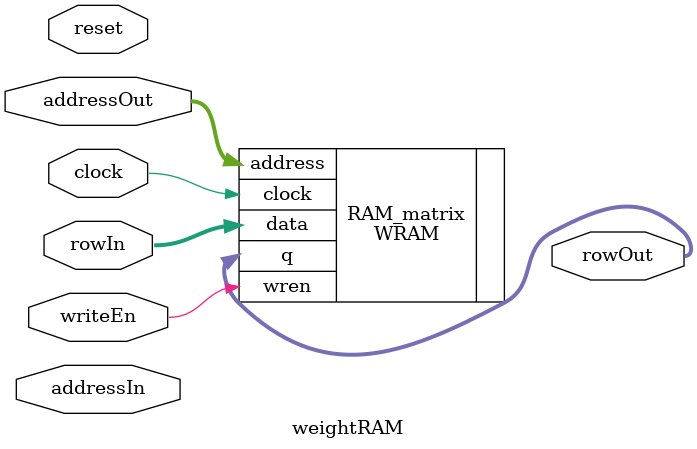
<source format=v>
`timescale 1ns / 1ps
/*
module weightRAM #(parameter NROW = 16,
                   parameter NCOL = 16,
                   parameter BITWIDTH = 18)
                  (addressIn,
                   addressOut,
                   writeEn,
                   clk,
                   reset,
                   rowIn,
                   rowOut);
   
    // Dependent parameters
    parameter OUTPUT_PORT_SIZE = BITWIDTH*NROW;
    parameter ADDR_BITWIDTH    = log2(NCOL);
    
    // The input/output definitions
    input       [ADDR_BITWIDTH-1:0]     addressIn;
    input       [ADDR_BITWIDTH-1:0]     addressOut;
    input                               clk;
    input                               reset;
    input                               writeEn;
    output reg  [OUTPUT_PORT_SIZE-1:0]  rowOut;
    input       [OUTPUT_PORT_SIZE-1:0]  rowIn;

    // The RAM registers
    (* ramstyle = "M4K" *) reg [OUTPUT_PORT_SIZE-1:0] RAM_matrix [NCOL-1:0];    

    // Loading the RAM with dummy values
    integer i, j;
    
    initial begin        
        for(i = 0; i < NROW-1; i = i + 1) begin
            for(j = 0; j < NCOL-1; j = j + 1) begin
                //$readmemb("goldenIn_W.bin", RAM_matrix);
                RAM_matrix[i][j] <= (j)<<<11; 
            end
        end
    end
    
    
    always @(negedge clk) begin
        if(writeEn == 1'b1) begin
            RAM_matrix[addressIn] <= rowIn;
        end
        else begin
            if(reset == 1'b1) 
                rowOut <= {OUTPUT_PORT_SIZE{1'b0}};
            else
                rowOut <= RAM_matrix[addressOut];
        end
    end

function integer log2;
    input [31:0] argument;
    integer i;
    begin
         log2 = -1;
         i = argument;  
         while( i > 0 ) begin
            log2 = log2 + 1;
            i = i >> 1;
         end
    end
endfunction
endmodule



*/




module weightRAM #(parameter NROW = 16,
                   parameter NCOL = 16,
                   parameter BITWIDTH = 18)
                  (addressIn,
                   addressOut,
                   writeEn,
                   clock,
                   reset,
                   rowIn,
                   rowOut);
                                      

    // Dependent parameters
    parameter OUTPUT_PORT_SIZE = BITWIDTH*NROW;
    parameter ADDR_BITWIDTH    = log2(NCOL);
    
    // The input/output definitions
    input       [ADDR_BITWIDTH-1:0]     addressIn;
    input       [ADDR_BITWIDTH-1:0]     addressOut;
    input                               clock;
    input                               reset;
    input                               writeEn;
    output   [OUTPUT_PORT_SIZE-1:0]  rowOut;
    input       [OUTPUT_PORT_SIZE-1:0]  rowIn;
    
    //wire ram_out;

WRAM RAM_matrix (
		.data    (rowIn),    //   input,  width = 288,    data.datain
		.q       (rowOut),       //  output,  width = 288,       q.dataout
		.address (addressOut), //   input,   width = 8, address.address
		.wren    (writeEn),    //   input,   width = 1,    wren.wren
		.clock   (clock)    //   input,   width = 1,   clock.clk
	);

   
function integer log2;
    input [31:0] argument;
    integer i;
    begin
         log2 = -1;
         i = argument;  
         while( i > 0 ) begin
            log2 = log2 + 1;
            i = i >> 1;
         end
    end
endfunction
endmodule


</source>
